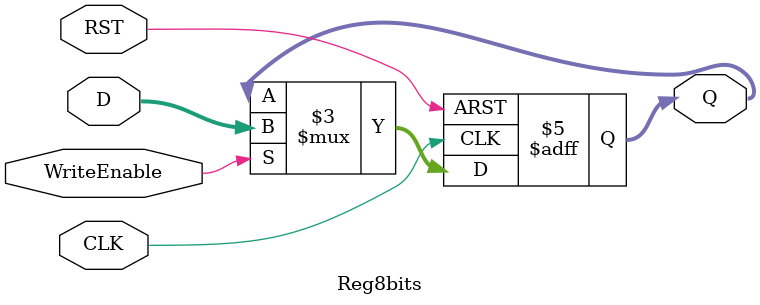
<source format=v>

module Reg8bits (
    input CLK, 
    input RST, 
    input WriteEnable,
    input [7:0] D,
    output reg [7:0] Q 
);
    

always @(posedge CLK or posedge RST) begin
    if (RST)
        Q = 8'b0;
    else if (WriteEnable)
        Q = D;
    else 
        Q = Q;
end

endmodule
</source>
